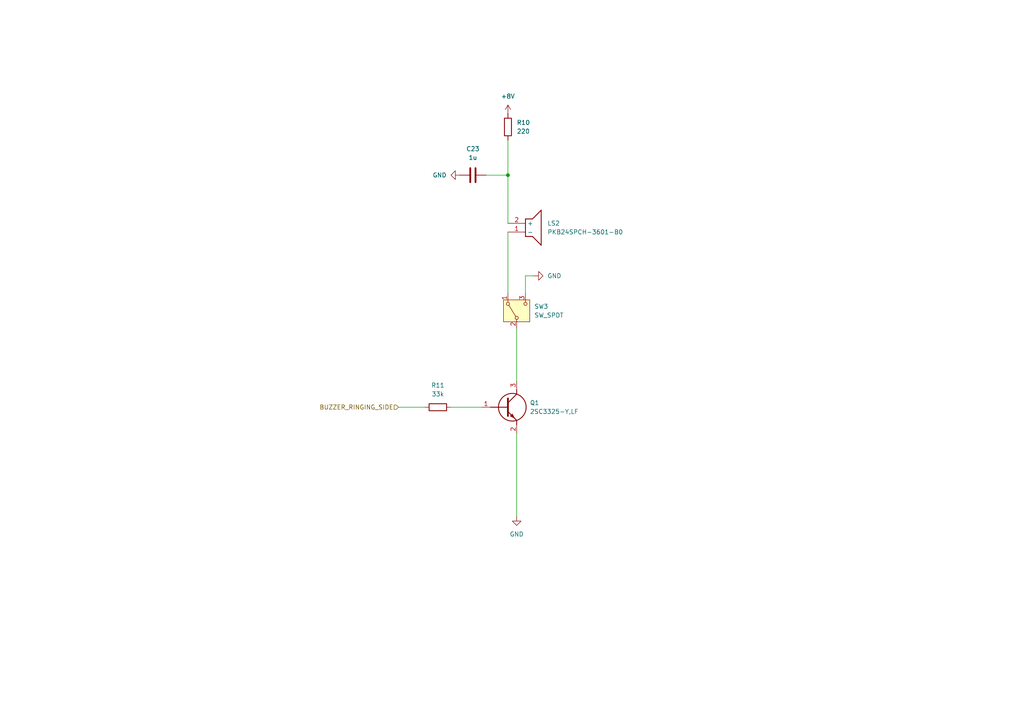
<source format=kicad_sch>
(kicad_sch (version 20231120) (generator "eeschema") (generator_version "8.0")
  (paper "A4")
  (lib_symbols
    (symbol "Device:C" (pin_numbers hide) (pin_names (offset 0.254))
      (property "Reference" "C" (at 0.635 2.54 0))
      (property "Value" "C" (at 0.635 -2.54 0))
      (symbol "C_0_1"
        (polyline (pts (xy -2.032 -0.762) (xy 2.032 -0.762)) (stroke (width 0.508)))
        (polyline (pts (xy -2.032 0.762) (xy 2.032 0.762)) (stroke (width 0.508)))
      )
      (symbol "C_1_1"
        (pin passive line (at 0 3.81 270) (length 2.794) (name "~") (number "1"))
        (pin passive line (at 0 -3.81 90) (length 2.794) (name "~") (number "2"))
      )
    )
    (symbol "Device:R" (pin_numbers hide) (pin_names (offset 0))
      (property "Reference" "R" (at 2.032 0 90))
      (property "Value" "R" (at 0 0 90))
      (symbol "R_0_1"
        (rectangle (start -1.016 -2.54) (end 1.016 2.54) (stroke (width 0.254)))
      )
      (symbol "R_1_1"
        (pin passive line (at 0 3.81 270) (length 1.27) (name "~") (number "1"))
        (pin passive line (at 0 -3.81 90) (length 1.27) (name "~") (number "2"))
      )
    )
    (symbol "SamacSys_Parts:2SC3325-Y,LF" (pin_names hide)
      (property "Reference" "Q" (at 13.97 1.27 0))
      (property "Value" "2SC3325-Y,LF" (at 13.97 -1.27 0))
      (symbol "2SC3325-Y,LF_1_1"
        (polyline (pts (xy 2.54 0) (xy 7.62 0)) (stroke (width 0.254)))
        (polyline (pts (xy 7.62 -1.27) (xy 10.16 -3.81)) (stroke (width 0.254)))
        (polyline (pts (xy 7.62 1.27) (xy 10.16 3.81)) (stroke (width 0.254)))
        (polyline (pts (xy 7.62 2.54) (xy 7.62 -2.54)) (stroke (width 0.508)))
        (polyline (pts (xy 10.16 -3.81) (xy 10.16 -5.08)) (stroke (width 0.254)))
        (polyline (pts (xy 10.16 3.81) (xy 10.16 5.08)) (stroke (width 0.254)))
        (polyline (pts (xy 8.382 -2.54) (xy 8.89 -2.032) (xy 9.398 -3.048) (xy 8.382 -2.54)) (stroke (width 0.254)) (fill (type outline)))
        (circle (center 8.89 0) (radius 4.016) (stroke (width 0.254)))
        (pin passive line (at 0 0 0) (length 2.54) (name "B") (number "1"))
        (pin passive line (at 10.16 -7.62 90) (length 2.54) (name "E") (number "2"))
        (pin passive line (at 10.16 7.62 270) (length 2.54) (name "C") (number "3"))
      )
    )
    (symbol "SamacSys_Parts:PKB24SPCH-3601-B0"
      (property "Reference" "LS" (at 11.43 0 0))
      (property "Value" "PKB24SPCH-3601-B0" (at 11.43 -2.54 0))
      (symbol "PKB24SPCH-3601-B0_1_1"
        (polyline (pts (xy 5.08 1.27) (xy 5.08 -3.81)) (stroke (width 0.254)))
        (polyline (pts (xy 5.08 1.27) (xy 7.112 1.27)) (stroke (width 0.254)))
        (polyline (pts (xy 7.112 -3.81) (xy 5.08 -3.81)) (stroke (width 0.254)))
        (polyline (pts (xy 7.112 -3.81) (xy 9.652 -6.35)) (stroke (width 0.254)))
        (polyline (pts (xy 9.652 3.81) (xy 7.112 1.27)) (stroke (width 0.254)))
        (polyline (pts (xy 9.652 3.81) (xy 9.652 -6.35)) (stroke (width 0.254)))
        (pin passive line (at 0 -2.54 0) (length 5.08) (name "-") (number "1"))
        (pin passive line (at 0 0 0) (length 5.08) (name "+") (number "2"))
      )
    )
    (symbol "Switch:SW_SPDT" (pin_names (offset 0) hide)
      (property "Reference" "SW" (at 0 5.08 0))
      (property "Value" "SW_SPDT" (at 0 -5.08 0))
      (symbol "SW_SPDT_0_1"
        (circle (center -2.032 0) (radius 0.4572))
        (polyline (pts (xy -1.651 0.254) (xy 1.651 2.286)))
        (circle (center 2.032 -2.54) (radius 0.4572))
        (circle (center 2.032 2.54) (radius 0.4572))
      )
      (symbol "SW_SPDT_1_1"
        (rectangle (start -3.175 3.81) (end 3.175 -3.81) (fill (type background)))
        (pin passive line (at 5.08 2.54 180) (length 2.54) (name "A") (number "1"))
        (pin passive line (at -5.08 0 0) (length 2.54) (name "B") (number "2"))
        (pin passive line (at 5.08 -2.54 180) (length 2.54) (name "C") (number "3"))
      )
    )
    (symbol "power:+8V" (power) (pin_numbers hide) (pin_names (offset 0) hide)
      (property "Value" "+8V" (at 0 3.556 0))
      (symbol "+8V_0_1"
        (polyline (pts (xy -0.762 1.27) (xy 0 2.54)))
        (polyline (pts (xy 0 0) (xy 0 2.54)))
        (polyline (pts (xy 0 2.54) (xy 0.762 1.27)))
      )
      (symbol "+8V_1_1"
        (pin power_in line (at 0 0 90) (length 0) (name "~") (number "1"))
      )
    )
    (symbol "power:GND" (power) (pin_numbers hide) (pin_names (offset 0) hide)
      (property "Value" "GND" (at 0 -3.81 0))
      (symbol "GND_0_1"
        (polyline (pts (xy 0 0) (xy 0 -1.27) (xy 1.27 -1.27) (xy 0 -2.54) (xy -1.27 -1.27) (xy 0 -1.27)))
      )
      (symbol "GND_1_1"
        (pin power_in line (at 0 0 270) (length 0) (name "~") (number "1"))
      )
    )
  )
  (junction (at 147.32 50.8))
  (wire (pts (xy 147.32 67.31) (xy 147.32 85.09)))
  (wire (pts (xy 154.94 80.01) (xy 152.4 80.01)))
  (wire (pts (xy 130.81 118.11) (xy 139.7 118.11)))
  (wire (pts (xy 149.86 95.25) (xy 149.86 110.49)))
  (wire (pts (xy 147.32 40.64) (xy 147.32 50.8)))
  (wire (pts (xy 140.97 50.8) (xy 147.32 50.8)))
  (wire (pts (xy 115.57 118.11) (xy 123.19 118.11)))
  (wire (pts (xy 152.4 80.01) (xy 152.4 85.09)))
  (wire (pts (xy 147.32 50.8) (xy 147.32 64.77)))
  (wire (pts (xy 149.86 125.73) (xy 149.86 149.86)))
  (hierarchical_label "BUZZER_RINGING_SIDE" (shape input) (at 115.57 118.11 180))
  (symbol (lib_id "Switch:SW_SPDT") (at 149.86 90.17 90) (unit 1)
    (property "Reference" "SW3" (at 154.94 88.8999 90) (effects (justify right)))
    (property "Value" "SW_SPDT" (at 154.94 91.4399 90) (effects (justify right)))
    (property "Footprint" "Connector:FanPinHeader_1x03_P2.54mm_Vertical" (effects (hide yes)))
    (property "Description" "Switch, single pole double throw" (effects (hide yes)))
  )
  (symbol (lib_id "Device:R") (at 127 118.11 270) (unit 1)
    (property "Reference" "R11" (at 127 111.76 90))
    (property "Value" "33k" (at 127 114.3 90))
    (property "Footprint" "Resistor_SMD:R_0805_2012Metric" (effects (hide yes)))
    (property "Description" "Resistor" (effects (hide yes)))
  )
  (symbol (lib_id "SamacSys_Parts:PKB24SPCH-3601-B0") (at 147.32 64.77 0) (unit 1)
    (property "Reference" "LS2" (at 158.75 64.7699 0) (effects (justify left)))
    (property "Value" "PKB24SPCH-3601-B0" (at 158.75 67.3099 0) (effects (justify left)))
    (property "Footprint" "SamacSys_Parts:PKB24SPCH3601B0" (effects (hide yes)))
    (property "Datasheet" "https://www.murata.com/products/productdata/8801054294046/SPEC-PKB24SPCH3601-B0.pdf?1517839212000" (effects (hide yes)))
    (property "Description" "BUZZER, 3.6KHZ, 24 MM" (effects (hide yes)))
    (property "Height" "10" (effects (hide yes)))
    (property "Manufacturer_Name" "Murata Electronics" (effects (hide yes)))
    (property "Manufacturer_Part_Number" "PKB24SPCH-3601-B0" (effects (hide yes)))
    (property "Mouser Part Number" "81-PKB24SPC-3601" (effects (hide yes)))
    (property "Mouser Price/Stock" "https://www.mouser.co.uk/ProductDetail/Murata-Electronics/PKB24SPCH-3601-B0?qs=3YXEJYjSDxsHz%252BTfjETLnw%3D%3D" (effects (hide yes)))
  )
  (symbol (lib_id "power:GND") (at 133.35 50.8 270) (unit 1)
    (property "Reference" "#PWR034" (effects (hide yes)))
    (property "Value" "GND" (at 129.54 50.7999 90) (effects (justify right)))
    (property "Description" "Power symbol creates a global label with name \"GND\" , ground" (effects (hide yes)))
  )
  (symbol (lib_id "Device:R") (at 147.32 36.83 0) (unit 1)
    (property "Reference" "R10" (at 149.86 35.5599 0) (effects (justify left)))
    (property "Value" "220" (at 149.86 38.0999 0) (effects (justify left)))
    (property "Footprint" "Resistor_SMD:R_0805_2012Metric" (effects (hide yes)))
    (property "Description" "Resistor" (effects (hide yes)))
  )
  (symbol (lib_id "SamacSys_Parts:2SC3325-Y,LF") (at 139.7 118.11 0) (unit 1)
    (property "Reference" "Q1" (at 153.67 116.8399 0) (effects (justify left)))
    (property "Value" "2SC3325-Y,LF" (at 153.67 119.3799 0) (effects (justify left)))
    (property "Footprint" "SamacSys_Parts:2SC3325YLF" (effects (hide yes)))
    (property "Datasheet" "https://toshiba.semicon-storage.com/eu/product/bipolar-transistor/bipolar-transistor/detail.2SC3325.html" (effects (hide yes)))
    (property "Description" "Bipolar Transistors - BJT Transistor for Low Freq. Amplification" (effects (hide yes)))
    (property "Height" "1" (effects (hide yes)))
    (property "Manufacturer_Name" "Toshiba" (effects (hide yes)))
    (property "Manufacturer_Part_Number" "2SC3325-Y,LF" (effects (hide yes)))
    (property "Mouser Part Number" "757-2SC3325-YLF" (effects (hide yes)))
    (property "Mouser Price/Stock" "https://www.mouser.co.uk/ProductDetail/Toshiba/2SC3325-YLF?qs=EPmvyOv1YlPJXRlKkn43%252BQ%3D%3D" (effects (hide yes)))
    (property "Arrow Part Number" "2SC3325-Y,LF" (effects (hide yes)))
    (property "Arrow Price/Stock" "null?region=nac" (effects (hide yes)))
  )
  (symbol (lib_id "Device:C") (at 137.16 50.8 270) (unit 1)
    (property "Reference" "C23" (at 137.16 43.18 90))
    (property "Value" "1u" (at 137.16 45.72 90))
    (property "Footprint" "Capacitor_SMD:C_0805_2012Metric" (effects (hide yes)))
    (property "Description" "Unpolarized capacitor" (effects (hide yes)))
  )
  (symbol (lib_id "power:GND") (at 149.86 149.86 0) (unit 1)
    (property "Reference" "#PWR035" (effects (hide yes)))
    (property "Value" "GND" (at 149.86 154.94 0))
    (property "Description" "Power symbol creates a global label with name \"GND\" , ground" (effects (hide yes)))
  )
  (symbol (lib_id "power:GND") (at 154.94 80.01 90) (unit 1)
    (property "Reference" "#PWR085" (effects (hide yes)))
    (property "Value" "GND" (at 158.75 80.0099 90) (effects (justify right)))
    (property "Description" "Power symbol creates a global label with name \"GND\" , ground" (effects (hide yes)))
  )
  (symbol (lib_id "power:+8V") (at 147.32 33.02 0) (unit 1)
    (property "Reference" "#PWR036" (effects (hide yes)))
    (property "Value" "+8V" (at 147.32 27.94 0))
    (property "Description" "Power symbol creates a global label with name \"+8V\"" (effects (hide yes)))
  )
)
</source>
